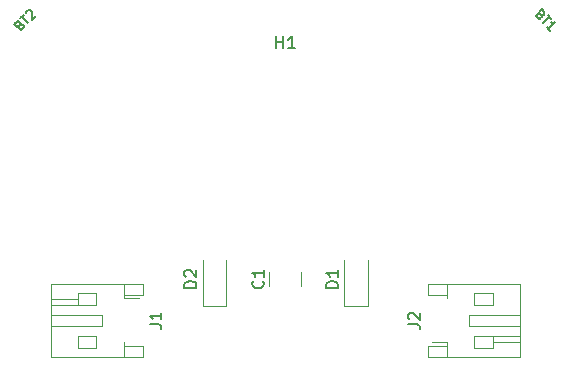
<source format=gto>
G04 #@! TF.GenerationSoftware,KiCad,Pcbnew,(5.1.4)-1*
G04 #@! TF.CreationDate,2019-10-05T19:56:59+09:00*
G04 #@! TF.ProjectId,battery-pack-pcb,62617474-6572-4792-9d70-61636b2d7063,rev?*
G04 #@! TF.SameCoordinates,PX2faf080PY2faf080*
G04 #@! TF.FileFunction,Legend,Top*
G04 #@! TF.FilePolarity,Positive*
%FSLAX46Y46*%
G04 Gerber Fmt 4.6, Leading zero omitted, Abs format (unit mm)*
G04 Created by KiCad (PCBNEW (5.1.4)-1) date 2019-10-05 19:56:59*
%MOMM*%
%LPD*%
G04 APERTURE LIST*
%ADD10C,0.120000*%
%ADD11C,0.150000*%
%ADD12C,0.146304*%
%ADD13C,9.525000*%
%ADD14C,0.100000*%
%ADD15C,1.527000*%
%ADD16C,2.302000*%
%ADD17C,1.803200*%
%ADD18C,1.803200*%
%ADD19C,10.363200*%
%ADD20C,1.302000*%
%ADD21O,1.852000X1.302000*%
%ADD22R,1.302000X1.002000*%
G04 APERTURE END LIST*
D10*
X28860000Y-27602064D02*
X28860000Y-26397936D01*
X26140000Y-27602064D02*
X26140000Y-26397936D01*
X41140000Y-32360000D02*
X41140000Y-32640000D01*
X41140000Y-32640000D02*
X39540000Y-32640000D01*
X39540000Y-32640000D02*
X39540000Y-33560000D01*
X39540000Y-33560000D02*
X47360000Y-33560000D01*
X47360000Y-33560000D02*
X47360000Y-27440000D01*
X47360000Y-27440000D02*
X39540000Y-27440000D01*
X39540000Y-27440000D02*
X39540000Y-28360000D01*
X39540000Y-28360000D02*
X41140000Y-28360000D01*
X41140000Y-28360000D02*
X41140000Y-28640000D01*
X47360000Y-31000000D02*
X43000000Y-31000000D01*
X43000000Y-31000000D02*
X43000000Y-30000000D01*
X43000000Y-30000000D02*
X47360000Y-30000000D01*
X41140000Y-33560000D02*
X41140000Y-32640000D01*
X41140000Y-27440000D02*
X41140000Y-28360000D01*
X43500000Y-32800000D02*
X45100000Y-32800000D01*
X45100000Y-32800000D02*
X45100000Y-31800000D01*
X45100000Y-31800000D02*
X43500000Y-31800000D01*
X43500000Y-31800000D02*
X43500000Y-32800000D01*
X43500000Y-28200000D02*
X45100000Y-28200000D01*
X45100000Y-28200000D02*
X45100000Y-29200000D01*
X45100000Y-29200000D02*
X43500000Y-29200000D01*
X43500000Y-29200000D02*
X43500000Y-28200000D01*
X45100000Y-31800000D02*
X47360000Y-31800000D01*
X45100000Y-32300000D02*
X47360000Y-32300000D01*
X41140000Y-32360000D02*
X39925000Y-32360000D01*
X13860000Y-28640000D02*
X13860000Y-28360000D01*
X13860000Y-28360000D02*
X15460000Y-28360000D01*
X15460000Y-28360000D02*
X15460000Y-27440000D01*
X15460000Y-27440000D02*
X7640000Y-27440000D01*
X7640000Y-27440000D02*
X7640000Y-33560000D01*
X7640000Y-33560000D02*
X15460000Y-33560000D01*
X15460000Y-33560000D02*
X15460000Y-32640000D01*
X15460000Y-32640000D02*
X13860000Y-32640000D01*
X13860000Y-32640000D02*
X13860000Y-32360000D01*
X7640000Y-30000000D02*
X12000000Y-30000000D01*
X12000000Y-30000000D02*
X12000000Y-31000000D01*
X12000000Y-31000000D02*
X7640000Y-31000000D01*
X13860000Y-27440000D02*
X13860000Y-28360000D01*
X13860000Y-33560000D02*
X13860000Y-32640000D01*
X11500000Y-28200000D02*
X9900000Y-28200000D01*
X9900000Y-28200000D02*
X9900000Y-29200000D01*
X9900000Y-29200000D02*
X11500000Y-29200000D01*
X11500000Y-29200000D02*
X11500000Y-28200000D01*
X11500000Y-32800000D02*
X9900000Y-32800000D01*
X9900000Y-32800000D02*
X9900000Y-31800000D01*
X9900000Y-31800000D02*
X11500000Y-31800000D01*
X11500000Y-31800000D02*
X11500000Y-32800000D01*
X9900000Y-29200000D02*
X7640000Y-29200000D01*
X9900000Y-28700000D02*
X7640000Y-28700000D01*
X13860000Y-28640000D02*
X15075000Y-28640000D01*
X20500000Y-29250000D02*
X22500000Y-29250000D01*
X22500000Y-29250000D02*
X22500000Y-25350000D01*
X20500000Y-29250000D02*
X20500000Y-25350000D01*
X32500000Y-29250000D02*
X34500000Y-29250000D01*
X34500000Y-29250000D02*
X34500000Y-25350000D01*
X32500000Y-29250000D02*
X32500000Y-25350000D01*
D11*
X25577142Y-27166666D02*
X25624761Y-27214285D01*
X25672380Y-27357142D01*
X25672380Y-27452380D01*
X25624761Y-27595238D01*
X25529523Y-27690476D01*
X25434285Y-27738095D01*
X25243809Y-27785714D01*
X25100952Y-27785714D01*
X24910476Y-27738095D01*
X24815238Y-27690476D01*
X24720000Y-27595238D01*
X24672380Y-27452380D01*
X24672380Y-27357142D01*
X24720000Y-27214285D01*
X24767619Y-27166666D01*
X25672380Y-26214285D02*
X25672380Y-26785714D01*
X25672380Y-26500000D02*
X24672380Y-26500000D01*
X24815238Y-26595238D01*
X24910476Y-26690476D01*
X24958095Y-26785714D01*
X26738095Y-7452380D02*
X26738095Y-6452380D01*
X26738095Y-6928571D02*
X27309523Y-6928571D01*
X27309523Y-7452380D02*
X27309523Y-6452380D01*
X28309523Y-7452380D02*
X27738095Y-7452380D01*
X28023809Y-7452380D02*
X28023809Y-6452380D01*
X27928571Y-6595238D01*
X27833333Y-6690476D01*
X27738095Y-6738095D01*
D12*
X4996756Y-5471243D02*
X5100756Y-5419243D01*
X5152756Y-5419243D01*
X5230756Y-5445243D01*
X5308756Y-5523243D01*
X5334756Y-5601242D01*
X5334756Y-5653242D01*
X5308756Y-5731242D01*
X5100756Y-5939242D01*
X4554756Y-5393243D01*
X4736756Y-5211243D01*
X4814756Y-5185243D01*
X4866756Y-5185243D01*
X4944756Y-5211243D01*
X4996756Y-5263243D01*
X5022756Y-5341243D01*
X5022756Y-5393243D01*
X4996756Y-5471243D01*
X4814756Y-5653242D01*
X5022756Y-4925243D02*
X5334756Y-4613243D01*
X5724756Y-5315243D02*
X5178756Y-4769243D01*
X5542756Y-4509243D02*
X5542756Y-4457243D01*
X5568756Y-4379243D01*
X5698756Y-4249244D01*
X5776755Y-4223244D01*
X5828755Y-4223244D01*
X5906755Y-4249244D01*
X5958755Y-4301243D01*
X6010755Y-4405243D01*
X6010755Y-5029243D01*
X6348755Y-4691243D01*
X49145244Y-4613243D02*
X49197244Y-4717243D01*
X49197244Y-4769243D01*
X49171244Y-4847243D01*
X49093244Y-4925243D01*
X49015244Y-4951243D01*
X48963244Y-4951243D01*
X48885244Y-4925243D01*
X48677244Y-4717243D01*
X49223244Y-4171244D01*
X49405243Y-4353243D01*
X49431243Y-4431243D01*
X49431243Y-4483243D01*
X49405243Y-4561243D01*
X49353243Y-4613243D01*
X49275243Y-4639243D01*
X49223244Y-4639243D01*
X49145244Y-4613243D01*
X48963244Y-4431243D01*
X49691243Y-4639243D02*
X50003243Y-4951243D01*
X49301243Y-5341243D02*
X49847243Y-4795243D01*
X49925243Y-5965242D02*
X49613243Y-5653242D01*
X49769243Y-5809242D02*
X50315243Y-5263243D01*
X50185243Y-5289243D01*
X50081243Y-5289243D01*
X50003243Y-5263243D01*
D11*
X37902380Y-30833333D02*
X38616666Y-30833333D01*
X38759523Y-30880952D01*
X38854761Y-30976190D01*
X38902380Y-31119047D01*
X38902380Y-31214285D01*
X37997619Y-30404761D02*
X37950000Y-30357142D01*
X37902380Y-30261904D01*
X37902380Y-30023809D01*
X37950000Y-29928571D01*
X37997619Y-29880952D01*
X38092857Y-29833333D01*
X38188095Y-29833333D01*
X38330952Y-29880952D01*
X38902380Y-30452380D01*
X38902380Y-29833333D01*
X16002380Y-30833333D02*
X16716666Y-30833333D01*
X16859523Y-30880952D01*
X16954761Y-30976190D01*
X17002380Y-31119047D01*
X17002380Y-31214285D01*
X17002380Y-29833333D02*
X17002380Y-30404761D01*
X17002380Y-30119047D02*
X16002380Y-30119047D01*
X16145238Y-30214285D01*
X16240476Y-30309523D01*
X16288095Y-30404761D01*
X19952380Y-27738095D02*
X18952380Y-27738095D01*
X18952380Y-27500000D01*
X19000000Y-27357142D01*
X19095238Y-27261904D01*
X19190476Y-27214285D01*
X19380952Y-27166666D01*
X19523809Y-27166666D01*
X19714285Y-27214285D01*
X19809523Y-27261904D01*
X19904761Y-27357142D01*
X19952380Y-27500000D01*
X19952380Y-27738095D01*
X19047619Y-26785714D02*
X19000000Y-26738095D01*
X18952380Y-26642857D01*
X18952380Y-26404761D01*
X19000000Y-26309523D01*
X19047619Y-26261904D01*
X19142857Y-26214285D01*
X19238095Y-26214285D01*
X19380952Y-26261904D01*
X19952380Y-26833333D01*
X19952380Y-26214285D01*
X31952380Y-27738095D02*
X30952380Y-27738095D01*
X30952380Y-27500000D01*
X31000000Y-27357142D01*
X31095238Y-27261904D01*
X31190476Y-27214285D01*
X31380952Y-27166666D01*
X31523809Y-27166666D01*
X31714285Y-27214285D01*
X31809523Y-27261904D01*
X31904761Y-27357142D01*
X31952380Y-27500000D01*
X31952380Y-27738095D01*
X31952380Y-26214285D02*
X31952380Y-26785714D01*
X31952380Y-26500000D02*
X30952380Y-26500000D01*
X31095238Y-26595238D01*
X31190476Y-26690476D01*
X31238095Y-26785714D01*
%LPC*%
D13*
X17762500Y-13500000D02*
G75*
G03X17762500Y-13500000I-4762500J0D01*
G01*
X46762500Y-13500000D02*
G75*
G03X46762500Y-13500000I-4762500J0D01*
G01*
D14*
G36*
X28634363Y-24750290D02*
G01*
X28660369Y-24754148D01*
X28685871Y-24760535D01*
X28710624Y-24769392D01*
X28734390Y-24780633D01*
X28756939Y-24794148D01*
X28778056Y-24809809D01*
X28797535Y-24827465D01*
X28815191Y-24846944D01*
X28830852Y-24868061D01*
X28844367Y-24890610D01*
X28855608Y-24914376D01*
X28864465Y-24939129D01*
X28870852Y-24964631D01*
X28874710Y-24990637D01*
X28876000Y-25016895D01*
X28876000Y-26008105D01*
X28874710Y-26034363D01*
X28870852Y-26060369D01*
X28864465Y-26085871D01*
X28855608Y-26110624D01*
X28844367Y-26134390D01*
X28830852Y-26156939D01*
X28815191Y-26178056D01*
X28797535Y-26197535D01*
X28778056Y-26215191D01*
X28756939Y-26230852D01*
X28734390Y-26244367D01*
X28710624Y-26255608D01*
X28685871Y-26264465D01*
X28660369Y-26270852D01*
X28634363Y-26274710D01*
X28608105Y-26276000D01*
X26391895Y-26276000D01*
X26365637Y-26274710D01*
X26339631Y-26270852D01*
X26314129Y-26264465D01*
X26289376Y-26255608D01*
X26265610Y-26244367D01*
X26243061Y-26230852D01*
X26221944Y-26215191D01*
X26202465Y-26197535D01*
X26184809Y-26178056D01*
X26169148Y-26156939D01*
X26155633Y-26134390D01*
X26144392Y-26110624D01*
X26135535Y-26085871D01*
X26129148Y-26060369D01*
X26125290Y-26034363D01*
X26124000Y-26008105D01*
X26124000Y-25016895D01*
X26125290Y-24990637D01*
X26129148Y-24964631D01*
X26135535Y-24939129D01*
X26144392Y-24914376D01*
X26155633Y-24890610D01*
X26169148Y-24868061D01*
X26184809Y-24846944D01*
X26202465Y-24827465D01*
X26221944Y-24809809D01*
X26243061Y-24794148D01*
X26265610Y-24780633D01*
X26289376Y-24769392D01*
X26314129Y-24760535D01*
X26339631Y-24754148D01*
X26365637Y-24750290D01*
X26391895Y-24749000D01*
X28608105Y-24749000D01*
X28634363Y-24750290D01*
X28634363Y-24750290D01*
G37*
D15*
X27500000Y-25512500D03*
D14*
G36*
X28634363Y-27725290D02*
G01*
X28660369Y-27729148D01*
X28685871Y-27735535D01*
X28710624Y-27744392D01*
X28734390Y-27755633D01*
X28756939Y-27769148D01*
X28778056Y-27784809D01*
X28797535Y-27802465D01*
X28815191Y-27821944D01*
X28830852Y-27843061D01*
X28844367Y-27865610D01*
X28855608Y-27889376D01*
X28864465Y-27914129D01*
X28870852Y-27939631D01*
X28874710Y-27965637D01*
X28876000Y-27991895D01*
X28876000Y-28983105D01*
X28874710Y-29009363D01*
X28870852Y-29035369D01*
X28864465Y-29060871D01*
X28855608Y-29085624D01*
X28844367Y-29109390D01*
X28830852Y-29131939D01*
X28815191Y-29153056D01*
X28797535Y-29172535D01*
X28778056Y-29190191D01*
X28756939Y-29205852D01*
X28734390Y-29219367D01*
X28710624Y-29230608D01*
X28685871Y-29239465D01*
X28660369Y-29245852D01*
X28634363Y-29249710D01*
X28608105Y-29251000D01*
X26391895Y-29251000D01*
X26365637Y-29249710D01*
X26339631Y-29245852D01*
X26314129Y-29239465D01*
X26289376Y-29230608D01*
X26265610Y-29219367D01*
X26243061Y-29205852D01*
X26221944Y-29190191D01*
X26202465Y-29172535D01*
X26184809Y-29153056D01*
X26169148Y-29131939D01*
X26155633Y-29109390D01*
X26144392Y-29085624D01*
X26135535Y-29060871D01*
X26129148Y-29035369D01*
X26125290Y-29009363D01*
X26124000Y-28983105D01*
X26124000Y-27991895D01*
X26125290Y-27965637D01*
X26129148Y-27939631D01*
X26135535Y-27914129D01*
X26144392Y-27889376D01*
X26155633Y-27865610D01*
X26169148Y-27843061D01*
X26184809Y-27821944D01*
X26202465Y-27802465D01*
X26221944Y-27784809D01*
X26243061Y-27769148D01*
X26265610Y-27755633D01*
X26289376Y-27744392D01*
X26314129Y-27735535D01*
X26339631Y-27729148D01*
X26365637Y-27725290D01*
X26391895Y-27724000D01*
X28608105Y-27724000D01*
X28634363Y-27725290D01*
X28634363Y-27725290D01*
G37*
D15*
X27500000Y-28487500D03*
D16*
X27500000Y-3400000D03*
D17*
X20778175Y-5721825D03*
D18*
X19788226Y-4731876D02*
X21768124Y-6711774D01*
D17*
X5221825Y-21278175D03*
D18*
X4231876Y-20288226D02*
X6211774Y-22268124D01*
D14*
G36*
X13507886Y-8343350D02*
G01*
X14010880Y-8417962D01*
X14504139Y-8541517D01*
X14982912Y-8712825D01*
X15442589Y-8930236D01*
X15878743Y-9191656D01*
X16287172Y-9494568D01*
X16663944Y-9836055D01*
X16663945Y-9836056D01*
X17005432Y-10212828D01*
X17308344Y-10621257D01*
X17569764Y-11057411D01*
X17787175Y-11517088D01*
X17958483Y-11995861D01*
X18082038Y-12489120D01*
X18156650Y-12992114D01*
X18181601Y-13500000D01*
X18156650Y-14007886D01*
X18082038Y-14510880D01*
X17958483Y-15004139D01*
X17787175Y-15482912D01*
X17569764Y-15942589D01*
X17308344Y-16378743D01*
X17005432Y-16787172D01*
X16663945Y-17163944D01*
X16663944Y-17163945D01*
X16287172Y-17505432D01*
X15878743Y-17808344D01*
X15442589Y-18069764D01*
X14982912Y-18287175D01*
X14504139Y-18458483D01*
X14010880Y-18582038D01*
X13507886Y-18656650D01*
X13000000Y-18681601D01*
X12492114Y-18656650D01*
X11989120Y-18582038D01*
X11495861Y-18458483D01*
X11017088Y-18287175D01*
X10557411Y-18069764D01*
X10121257Y-17808344D01*
X9712828Y-17505432D01*
X9336056Y-17163945D01*
X9336055Y-17163944D01*
X8994568Y-16787172D01*
X8691656Y-16378743D01*
X8430236Y-15942589D01*
X8212825Y-15482912D01*
X8041517Y-15004139D01*
X7917962Y-14510880D01*
X7843350Y-14007886D01*
X7818399Y-13500000D01*
X7843350Y-12992114D01*
X7917962Y-12489120D01*
X8041517Y-11995861D01*
X8212825Y-11517088D01*
X8430236Y-11057411D01*
X8691656Y-10621257D01*
X8994568Y-10212828D01*
X9336055Y-9836056D01*
X9336056Y-9836055D01*
X9712828Y-9494568D01*
X10121257Y-9191656D01*
X10557411Y-8930236D01*
X11017088Y-8712825D01*
X11495861Y-8541517D01*
X11989120Y-8417962D01*
X12492114Y-8343350D01*
X13000000Y-8318399D01*
X13507886Y-8343350D01*
X13507886Y-8343350D01*
G37*
D19*
X13000000Y-13500000D03*
D17*
X49778175Y-21278175D03*
D18*
X50768124Y-20288226D02*
X48788226Y-22268124D01*
D17*
X34221825Y-5721825D03*
D18*
X35211774Y-4731876D02*
X33231876Y-6711774D01*
D14*
G36*
X42507886Y-8343350D02*
G01*
X43010880Y-8417962D01*
X43504139Y-8541517D01*
X43982912Y-8712825D01*
X44442589Y-8930236D01*
X44878743Y-9191656D01*
X45287172Y-9494568D01*
X45663944Y-9836055D01*
X45663945Y-9836056D01*
X46005432Y-10212828D01*
X46308344Y-10621257D01*
X46569764Y-11057411D01*
X46787175Y-11517088D01*
X46958483Y-11995861D01*
X47082038Y-12489120D01*
X47156650Y-12992114D01*
X47181601Y-13500000D01*
X47156650Y-14007886D01*
X47082038Y-14510880D01*
X46958483Y-15004139D01*
X46787175Y-15482912D01*
X46569764Y-15942589D01*
X46308344Y-16378743D01*
X46005432Y-16787172D01*
X45663945Y-17163944D01*
X45663944Y-17163945D01*
X45287172Y-17505432D01*
X44878743Y-17808344D01*
X44442589Y-18069764D01*
X43982912Y-18287175D01*
X43504139Y-18458483D01*
X43010880Y-18582038D01*
X42507886Y-18656650D01*
X42000000Y-18681601D01*
X41492114Y-18656650D01*
X40989120Y-18582038D01*
X40495861Y-18458483D01*
X40017088Y-18287175D01*
X39557411Y-18069764D01*
X39121257Y-17808344D01*
X38712828Y-17505432D01*
X38336056Y-17163945D01*
X38336055Y-17163944D01*
X37994568Y-16787172D01*
X37691656Y-16378743D01*
X37430236Y-15942589D01*
X37212825Y-15482912D01*
X37041517Y-15004139D01*
X36917962Y-14510880D01*
X36843350Y-14007886D01*
X36818399Y-13500000D01*
X36843350Y-12992114D01*
X36917962Y-12489120D01*
X37041517Y-11995861D01*
X37212825Y-11517088D01*
X37430236Y-11057411D01*
X37691656Y-10621257D01*
X37994568Y-10212828D01*
X38336055Y-9836056D01*
X38336056Y-9836055D01*
X38712828Y-9494568D01*
X39121257Y-9191656D01*
X39557411Y-8930236D01*
X40017088Y-8712825D01*
X40495861Y-8541517D01*
X40989120Y-8417962D01*
X41492114Y-8343350D01*
X42000000Y-8318399D01*
X42507886Y-8343350D01*
X42507886Y-8343350D01*
G37*
D19*
X42000000Y-13500000D03*
D14*
G36*
X41681338Y-30850306D02*
G01*
X41707669Y-30854212D01*
X41733490Y-30860680D01*
X41758553Y-30869648D01*
X41782617Y-30881029D01*
X41805449Y-30894714D01*
X41826830Y-30910571D01*
X41846553Y-30928447D01*
X41864429Y-30948170D01*
X41880286Y-30969551D01*
X41893971Y-30992383D01*
X41905352Y-31016447D01*
X41914320Y-31041510D01*
X41920788Y-31067331D01*
X41924694Y-31093662D01*
X41926000Y-31120249D01*
X41926000Y-31879751D01*
X41924694Y-31906338D01*
X41920788Y-31932669D01*
X41914320Y-31958490D01*
X41905352Y-31983553D01*
X41893971Y-32007617D01*
X41880286Y-32030449D01*
X41864429Y-32051830D01*
X41846553Y-32071553D01*
X41826830Y-32089429D01*
X41805449Y-32105286D01*
X41782617Y-32118971D01*
X41758553Y-32130352D01*
X41733490Y-32139320D01*
X41707669Y-32145788D01*
X41681338Y-32149694D01*
X41654751Y-32151000D01*
X40345249Y-32151000D01*
X40318662Y-32149694D01*
X40292331Y-32145788D01*
X40266510Y-32139320D01*
X40241447Y-32130352D01*
X40217383Y-32118971D01*
X40194551Y-32105286D01*
X40173170Y-32089429D01*
X40153447Y-32071553D01*
X40135571Y-32051830D01*
X40119714Y-32030449D01*
X40106029Y-32007617D01*
X40094648Y-31983553D01*
X40085680Y-31958490D01*
X40079212Y-31932669D01*
X40075306Y-31906338D01*
X40074000Y-31879751D01*
X40074000Y-31120249D01*
X40075306Y-31093662D01*
X40079212Y-31067331D01*
X40085680Y-31041510D01*
X40094648Y-31016447D01*
X40106029Y-30992383D01*
X40119714Y-30969551D01*
X40135571Y-30948170D01*
X40153447Y-30928447D01*
X40173170Y-30910571D01*
X40194551Y-30894714D01*
X40217383Y-30881029D01*
X40241447Y-30869648D01*
X40266510Y-30860680D01*
X40292331Y-30854212D01*
X40318662Y-30850306D01*
X40345249Y-30849000D01*
X41654751Y-30849000D01*
X41681338Y-30850306D01*
X41681338Y-30850306D01*
G37*
D20*
X41000000Y-31500000D03*
D21*
X41000000Y-29500000D03*
D14*
G36*
X14681338Y-28850306D02*
G01*
X14707669Y-28854212D01*
X14733490Y-28860680D01*
X14758553Y-28869648D01*
X14782617Y-28881029D01*
X14805449Y-28894714D01*
X14826830Y-28910571D01*
X14846553Y-28928447D01*
X14864429Y-28948170D01*
X14880286Y-28969551D01*
X14893971Y-28992383D01*
X14905352Y-29016447D01*
X14914320Y-29041510D01*
X14920788Y-29067331D01*
X14924694Y-29093662D01*
X14926000Y-29120249D01*
X14926000Y-29879751D01*
X14924694Y-29906338D01*
X14920788Y-29932669D01*
X14914320Y-29958490D01*
X14905352Y-29983553D01*
X14893971Y-30007617D01*
X14880286Y-30030449D01*
X14864429Y-30051830D01*
X14846553Y-30071553D01*
X14826830Y-30089429D01*
X14805449Y-30105286D01*
X14782617Y-30118971D01*
X14758553Y-30130352D01*
X14733490Y-30139320D01*
X14707669Y-30145788D01*
X14681338Y-30149694D01*
X14654751Y-30151000D01*
X13345249Y-30151000D01*
X13318662Y-30149694D01*
X13292331Y-30145788D01*
X13266510Y-30139320D01*
X13241447Y-30130352D01*
X13217383Y-30118971D01*
X13194551Y-30105286D01*
X13173170Y-30089429D01*
X13153447Y-30071553D01*
X13135571Y-30051830D01*
X13119714Y-30030449D01*
X13106029Y-30007617D01*
X13094648Y-29983553D01*
X13085680Y-29958490D01*
X13079212Y-29932669D01*
X13075306Y-29906338D01*
X13074000Y-29879751D01*
X13074000Y-29120249D01*
X13075306Y-29093662D01*
X13079212Y-29067331D01*
X13085680Y-29041510D01*
X13094648Y-29016447D01*
X13106029Y-28992383D01*
X13119714Y-28969551D01*
X13135571Y-28948170D01*
X13153447Y-28928447D01*
X13173170Y-28910571D01*
X13194551Y-28894714D01*
X13217383Y-28881029D01*
X13241447Y-28869648D01*
X13266510Y-28860680D01*
X13292331Y-28854212D01*
X13318662Y-28850306D01*
X13345249Y-28849000D01*
X14654751Y-28849000D01*
X14681338Y-28850306D01*
X14681338Y-28850306D01*
G37*
D20*
X14000000Y-29500000D03*
D21*
X14000000Y-31500000D03*
D22*
X21500000Y-28650000D03*
X21500000Y-25350000D03*
X33500000Y-28650000D03*
X33500000Y-25350000D03*
M02*

</source>
